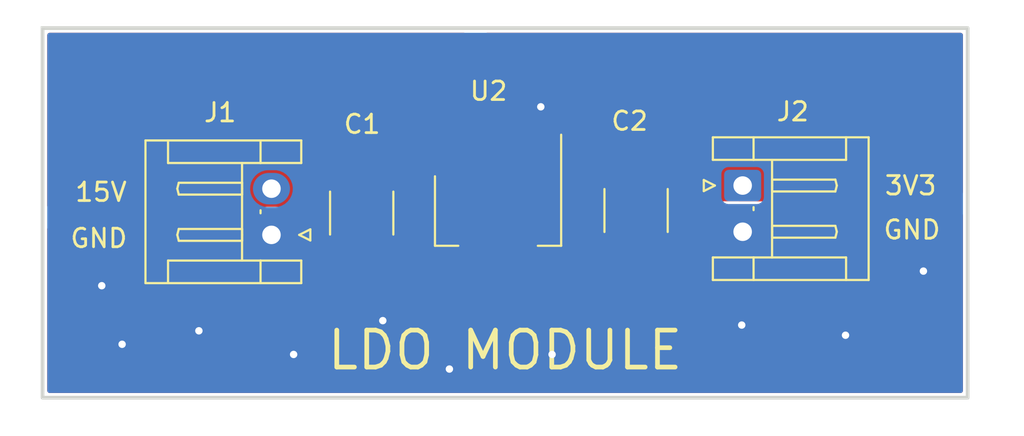
<source format=kicad_pcb>
(kicad_pcb (version 20221018) (generator pcbnew)
  (title_block (title "LDO MODULE") (date "2024-09-22") (rev "1") (company "Warren Muhumuza") (comment 1 "Design Engineer"))
  (layers (0 "F.Cu" mixed) (31 "B.Cu" power) (34 "B.Paste" user) (35 "F.Paste" user) (36 "B.SilkS" user "B.Silkscreen") (37 "F.SilkS" user "F.Silkscreen") (38 "B.Mask" user) (39 "F.Mask" user) (44 "Edge.Cuts" user))
  (net 0 "")
  (net 1 "/VIN")
  (net 2 "GND")
  (net 3 "/VOUT")
  (footprint "Package_TO_SOT_SMD:SOT-223-3_TabPin2" (layer "F.Cu") (at 127.11 78.22 -90)
    (fp_text reference "U2" (at -6.46 0.51) (layer "F.SilkS"))
    (fp_text value "LD1117S33TR_SOT223")
    (fp_line (start -4.1 -3.41) (end 1.91 -3.41) (stroke (width 0.12)) (layer "F.SilkS"))
    (fp_line (start -1.85 3.41) (end 1.91 3.41) (stroke (width 0.12)) (layer "F.SilkS"))
    (fp_line (start 1.91 -3.41) (end 1.91 -2.15) (stroke (width 0.12)) (layer "F.SilkS"))
    (fp_line (start 1.91 3.41) (end 1.91 2.15) (stroke (width 0.12)) (layer "F.SilkS"))
    (pad "1" smd rect (at -3.15 -2.3 270) (size 2 1.5) (layers "F.Cu" "F.Paste" "F.Mask") (net 2 "GND"))
    (pad "2" smd rect (at -3.15 0 270) (size 2 1.5) (layers "F.Cu" "F.Paste" "F.Mask") (net 3 "/VOUT"))
    (pad "2" smd rect (at 3.15 0 270) (size 2 3.8) (layers "F.Cu" "F.Paste" "F.Mask") (net 3 "/VOUT"))
    (pad "3" smd rect (at -3.15 2.3 270) (size 2 1.5) (layers "F.Cu" "F.Paste" "F.Mask") (net 1 "/VIN"))
  )
  (footprint "Capacitor_SMD:C_1812_4532Metric" (layer "F.Cu") (at 119.74 78.36 -90)
    (fp_text reference "C1" (at -4.81 -0.02 -180) (layer "F.SilkS"))
    (fp_text value "100nF")
    (fp_line (start -1.161252 -1.71) (end 1.161252 -1.71) (stroke (width 0.12)) (layer "F.SilkS"))
    (fp_line (start -1.161252 1.71) (end 1.161252 1.71) (stroke (width 0.12)) (layer "F.SilkS"))
    (pad "1" smd roundrect (at -2.05 0 270) (size 1.4 3.4) (layers "F.Cu" "F.Paste" "F.Mask") (roundrect_rratio 0.1785707143) (net 1 "/VIN"))
    (pad "2" smd roundrect (at 2.05 0 270) (size 1.4 3.4) (layers "F.Cu" "F.Paste" "F.Mask") (roundrect_rratio 0.1785707143) (net 2 "GND"))
  )
  (footprint "Connector_JST:JST_EH_S2B-EH_1x02_P2.50mm_Horizontal" (layer "F.Cu") (at 114.8625 79.54 90)
    (fp_text reference "J1" (at 6.62 -2.7725 180) (layer "F.SilkS"))
    (fp_text value "Conn_01x02_Socket")
    (fp_line (start -2.61 -6.81) (end 5.11 -6.81) (stroke (width 0.12)) (layer "F.SilkS"))
    (fp_line (start -2.61 -5.59) (end -1.39 -5.59) (stroke (width 0.12)) (layer "F.SilkS"))
    (fp_line (start -2.61 1.61) (end -2.61 -6.81) (stroke (width 0.12)) (layer "F.SilkS"))
    (fp_line (start -1.39 -5.59) (end -1.39 -0.59) (stroke (width 0.12)) (layer "F.SilkS"))
    (fp_line (start -1.39 -1.59) (end 3.89 -1.59) (stroke (width 0.12)) (layer "F.SilkS"))
    (fp_line (start -1.39 -0.59) (end -2.61 -0.59) (stroke (width 0.12)) (layer "F.SilkS"))
    (fp_line (start -1.39 -0.59) (end -1.39 1.61) (stroke (width 0.12)) (layer "F.SilkS"))
    (fp_line (start -1.39 1.61) (end -2.61 1.61) (stroke (width 0.12)) (layer "F.SilkS"))
    (fp_line (start -0.32 -5.01) (end 0 -5.09) (stroke (width 0.12)) (layer "F.SilkS"))
    (fp_line (start -0.32 -1.59) (end -0.32 -5.01) (stroke (width 0.12)) (layer "F.SilkS"))
    (fp_line (start -0.3 2.1) (end 0.3 2.1) (stroke (width 0.12)) (layer "F.SilkS"))
    (fp_line (start 0 -5.09) (end 0.32 -5.01) (stroke (width 0.12)) (layer "F.SilkS"))
    (fp_line (start 0 -1.59) (end -0.32 -1.59) (stroke (width 0.12)) (layer "F.SilkS"))
    (fp_line (start 0 1.5) (end -0.3 2.1) (stroke (width 0.12)) (layer "F.SilkS"))
    (fp_line (start 0.3 2.1) (end 0 1.5) (stroke (width 0.12)) (layer "F.SilkS"))
    (fp_line (start 0.32 -5.01) (end 0.32 -1.59) (stroke (width 0.12)) (layer "F.SilkS"))
    (fp_line (start 0.32 -1.59) (end 0 -1.59) (stroke (width 0.12)) (layer "F.SilkS"))
    (fp_line (start 1.17 -0.59) (end 1.33 -0.59) (stroke (width 0.12)) (layer "F.SilkS"))
    (fp_line (start 2.18 -5.01) (end 2.5 -5.09) (stroke (width 0.12)) (layer "F.SilkS"))
    (fp_line (start 2.18 -1.59) (end 2.18 -5.01) (stroke (width 0.12)) (layer "F.SilkS"))
    (fp_line (start 2.5 -5.09) (end 2.82 -5.01) (stroke (width 0.12)) (layer "F.SilkS"))
    (fp_line (start 2.5 -1.59) (end 2.18 -1.59) (stroke (width 0.12)) (layer "F.SilkS"))
    (fp_line (start 2.82 -5.01) (end 2.82 -1.59) (stroke (width 0.12)) (layer "F.SilkS"))
    (fp_line (start 2.82 -1.59) (end 2.5 -1.59) (stroke (width 0.12)) (layer "F.SilkS"))
    (fp_line (start 3.89 -5.59) (end 3.89 -0.59) (stroke (width 0.12)) (layer "F.SilkS"))
    (fp_line (start 3.89 -0.59) (end 5.11 -0.59) (stroke (width 0.12)) (layer "F.SilkS"))
    (fp_line (start 3.89 1.61) (end 3.89 -0.59) (stroke (width 0.12)) (layer "F.SilkS"))
    (fp_line (start 5.11 -6.81) (end 5.11 1.61) (stroke (width 0.12)) (layer "F.SilkS"))
    (fp_line (start 5.11 -5.59) (end 3.89 -5.59) (stroke (width 0.12)) (layer "F.SilkS"))
    (fp_line (start 5.11 1.61) (end 3.89 1.61) (stroke (width 0.12)) (layer "F.SilkS"))
    (pad "1" thru_hole roundrect (at 0 0 90) (size 1.7 2) (drill 1) (layers "*.Cu" "*.Mask") (roundrect_rratio 0.1470588235) (net 2 "GND"))
    (pad "2" thru_hole oval (at 2.5 0 90) (size 1.7 2) (drill 1) (layers "*.Cu" "*.Mask") (net 1 "/VIN"))
  )
  (footprint "Connector_JST:JST_EH_S2B-EH_1x02_P2.50mm_Horizontal" (layer "F.Cu") (at 140.33 76.87 -90)
    (fp_text reference "J2" (at -4 -2.71) (layer "F.SilkS"))
    (fp_text value "Conn_01x02_Socket")
    (fp_line (start -2.61 -6.81) (end 5.11 -6.81) (stroke (width 0.12)) (layer "F.SilkS"))
    (fp_line (start -2.61 -5.59) (end -1.39 -5.59) (stroke (width 0.12)) (layer "F.SilkS"))
    (fp_line (start -2.61 1.61) (end -2.61 -6.81) (stroke (width 0.12)) (layer "F.SilkS"))
    (fp_line (start -1.39 -5.59) (end -1.39 -0.59) (stroke (width 0.12)) (layer "F.SilkS"))
    (fp_line (start -1.39 -1.59) (end 3.89 -1.59) (stroke (width 0.12)) (layer "F.SilkS"))
    (fp_line (start -1.39 -0.59) (end -2.61 -0.59) (stroke (width 0.12)) (layer "F.SilkS"))
    (fp_line (start -1.39 -0.59) (end -1.39 1.61) (stroke (width 0.12)) (layer "F.SilkS"))
    (fp_line (start -1.39 1.61) (end -2.61 1.61) (stroke (width 0.12)) (layer "F.SilkS"))
    (fp_line (start -0.32 -5.01) (end 0 -5.09) (stroke (width 0.12)) (layer "F.SilkS"))
    (fp_line (start -0.32 -1.59) (end -0.32 -5.01) (stroke (width 0.12)) (layer "F.SilkS"))
    (fp_line (start -0.3 2.1) (end 0.3 2.1) (stroke (width 0.12)) (layer "F.SilkS"))
    (fp_line (start 0 -5.09) (end 0.32 -5.01) (stroke (width 0.12)) (layer "F.SilkS"))
    (fp_line (start 0 -1.59) (end -0.32 -1.59) (stroke (width 0.12)) (layer "F.SilkS"))
    (fp_line (start 0 1.5) (end -0.3 2.1) (stroke (width 0.12)) (layer "F.SilkS"))
    (fp_line (start 0.3 2.1) (end 0 1.5) (stroke (width 0.12)) (layer "F.SilkS"))
    (fp_line (start 0.32 -5.01) (end 0.32 -1.59) (stroke (width 0.12)) (layer "F.SilkS"))
    (fp_line (start 0.32 -1.59) (end 0 -1.59) (stroke (width 0.12)) (layer "F.SilkS"))
    (fp_line (start 1.17 -0.59) (end 1.33 -0.59) (stroke (width 0.12)) (layer "F.SilkS"))
    (fp_line (start 2.18 -5.01) (end 2.5 -5.09) (stroke (width 0.12)) (layer "F.SilkS"))
    (fp_line (start 2.18 -1.59) (end 2.18 -5.01) (stroke (width 0.12)) (layer "F.SilkS"))
    (fp_line (start 2.5 -5.09) (end 2.82 -5.01) (stroke (width 0.12)) (layer "F.SilkS"))
    (fp_line (start 2.5 -1.59) (end 2.18 -1.59) (stroke (width 0.12)) (layer "F.SilkS"))
    (fp_line (start 2.82 -5.01) (end 2.82 -1.59) (stroke (width 0.12)) (layer "F.SilkS"))
    (fp_line (start 2.82 -1.59) (end 2.5 -1.59) (stroke (width 0.12)) (layer "F.SilkS"))
    (fp_line (start 3.89 -5.59) (end 3.89 -0.59) (stroke (width 0.12)) (layer "F.SilkS"))
    (fp_line (start 3.89 -0.59) (end 5.11 -0.59) (stroke (width 0.12)) (layer "F.SilkS"))
    (fp_line (start 3.89 1.61) (end 3.89 -0.59) (stroke (width 0.12)) (layer "F.SilkS"))
    (fp_line (start 5.11 -6.81) (end 5.11 1.61) (stroke (width 0.12)) (layer "F.SilkS"))
    (fp_line (start 5.11 -5.59) (end 3.89 -5.59) (stroke (width 0.12)) (layer "F.SilkS"))
    (fp_line (start 5.11 1.61) (end 3.89 1.61) (stroke (width 0.12)) (layer "F.SilkS"))
    (pad "1" thru_hole roundrect (at 0 0 270) (size 1.7 2) (drill 1) (layers "*.Cu" "*.Mask") (roundrect_rratio 0.1470588235) (net 3 "/VOUT"))
    (pad "2" thru_hole oval (at 2.5 0 270) (size 1.7 2) (drill 1) (layers "*.Cu" "*.Mask") (net 2 "GND"))
  )
  (footprint "Capacitor_SMD:C_1812_4532Metric" (layer "F.Cu") (at 134.57 78.22 -90)
    (fp_text reference "C2" (at -4.84 0.35) (layer "F.SilkS"))
    (fp_text value "10uF")
    (fp_line (start -1.161252 -1.71) (end 1.161252 -1.71) (stroke (width 0.12)) (layer "F.SilkS"))
    (fp_line (start -1.161252 1.71) (end 1.161252 1.71) (stroke (width 0.12)) (layer "F.SilkS"))
    (pad "1" smd roundrect (at -2.05 0 270) (size 1.4 3.4) (layers "F.Cu" "F.Paste" "F.Mask") (roundrect_rratio 0.1785707143) (net 3 "/VOUT"))
    (pad "2" smd roundrect (at 2.05 0 270) (size 1.4 3.4) (layers "F.Cu" "F.Paste" "F.Mask") (roundrect_rratio 0.1785707143) (net 2 "GND"))
  )
  (gr_rect locked (start 102.49 68.35) (end 152.49 88.35) (stroke (width 0.2)) (fill none) (layer "Edge.Cuts"))
  (gr_text "15V" (at 104.17 77.81) (layer "F.SilkS") (effects (font (size 1 1)) (justify left bottom)))
  (gr_text "3V3" (at 147.93 77.46) (layer "F.SilkS") (effects (font (size 1 1)) (justify left bottom)))
  (gr_text "GND" (at 103.91 80.31) (layer "F.SilkS") (effects (font (size 1 1)) (justify left bottom)))
  (gr_text "LDO MODULE" (at 117.75 86.95) (layer "F.SilkS") (effects (font (size 2 2) (thickness 0.254)) (justify left bottom)))
  (gr_text "GND" (at 147.86 79.85) (layer "F.SilkS") (effects (font (size 1 1)) (justify left bottom)))
  (segment (start 129.41 75.07) (end 129.41 72.62) (width 1) (layer "F.Cu") (net 2))
  (segment (start 129.41 72.62) (end 129.42 72.61) (width 0.25) (layer "F.Cu") (net 2))
  (via (at 116.06 86.01) (size 0.8) (drill 0.4) (layers "F.Cu" "B.Cu") (net 2))
  (via (at 140.28 84.42) (size 0.8) (drill 0.4) (layers "F.Cu" "B.Cu") (net 2))
  (via (at 106.79 85.46) (size 0.8) (drill 0.4) (layers "F.Cu" "B.Cu") (net 2))
  (via (at 110.94 84.73) (size 0.8) (drill 0.4) (layers "F.Cu" "B.Cu") (net 2))
  (via (at 124.48 86.8) (size 0.8) (drill 0.4) (layers "F.Cu" "B.Cu") (net 2))
  (via (at 120.88 84.18) (size 0.8) (drill 0.4) (layers "F.Cu" "B.Cu") (net 2))
  (via (at 105.69 82.29) (size 0.8) (drill 0.4) (layers "F.Cu" "B.Cu") (net 2))
  (via (at 145.89 84.97) (size 0.8) (drill 0.4) (layers "F.Cu" "B.Cu") (net 2))
  (via (at 150.1 81.5) (size 0.8) (drill 0.4) (layers "F.Cu" "B.Cu") (net 2))
  (via (at 129.42 72.61) (size 0.8) (drill 0.4) (layers "F.Cu" "B.Cu") (net 2))
  (via (at 130.03 86.01) (size 0.8) (drill 0.4) (layers "F.Cu" "B.Cu") (net 2))
  (zone (net 1) (net_name "/VIN") (layer "F.Cu") (priority 1) (connect_pads yes (clearance 0.5)) (min_thickness 0.25) (fill yes (thermal_gap 0.5) (thermal_bridge_width 0.5))
    (polygon (pts (xy 114.81 78.02) (xy 124.01 78.01) (xy 125 78.01) (xy 125.6 77.03) (xy 125.63 66.85) (xy 100.3 66.83) (xy 100.19 78.1)))
  )
  (zone (net 2) (net_name "GND") (layer "F.Cu") (connect_pads yes (clearance 0.5)) (min_thickness 0.25) (fill yes (thermal_gap 0.5) (thermal_bridge_width 0.5))
    (polygon (pts (xy 100.3 66.83) (xy 155.54 66.9) (xy 155.3 90.25) (xy 100.36 90.42)))
  )
  (zone (net 3) (net_name "/VOUT") (layer "F.Cu") (priority 1) (connect_pads yes (clearance 0.5)) (min_thickness 0.25) (fill yes (thermal_gap 0.5) (thermal_bridge_width 0.5))
    (polygon (pts (xy 124.23 82.56) (xy 124.22 79.41) (xy 124.45 79.18) (xy 125.75 79.18) (xy 126.11 78.82) (xy 126.11 78.17) (xy 126.36 77.81) (xy 126.39 73.02) (xy 126.4 66.88) (xy 155.54 66.9) (xy 155.38 77.35) (xy 142.91 77.36) (xy 142.56 77.73) (xy 131.88 77.71) (xy 131.25 78.25) (xy 131.25 82.61)))
  )
  (zone (net 2) (net_name "GND") (layer "B.Cu") (connect_pads yes (clearance 0.5)) (min_thickness 0.25) (fill yes (thermal_gap 0.5) (thermal_bridge_width 0.5))
    (polygon (pts (xy 100.298651 66.854076) (xy 155.538651 66.924076) (xy 155.298651 90.274076) (xy 100.358651 90.444076)))
  )
)
</source>
